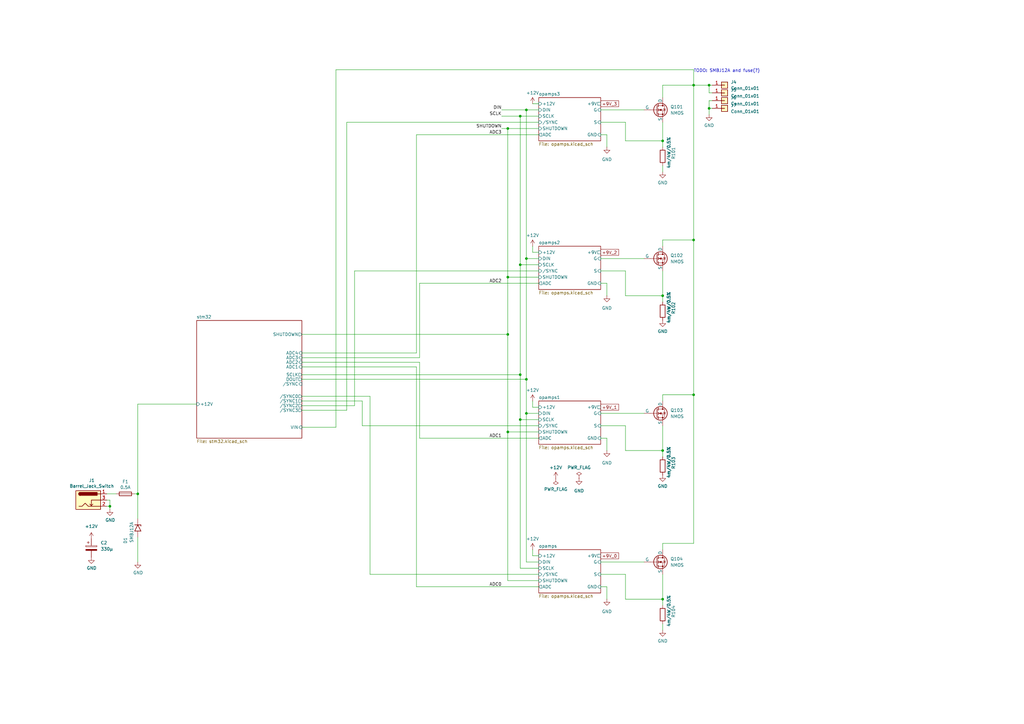
<source format=kicad_sch>
(kicad_sch (version 20250114) (generator "eeschema") (generator_version "9.0")
  (paper "A3")
  (lib_symbols
    (symbol "+12V_1" (power) (pin_numbers (hide yes)) (pin_names (offset 0) (hide yes))
      (property "Value" "+12V" (at 0 3.556 0))
      (symbol "+12V_1_0_1"
        (polyline (pts (xy -0.762 1.27) (xy 0 2.54)))
        (polyline (pts (xy 0 2.54) (xy 0.762 1.27)))
        (polyline (pts (xy 0 0) (xy 0 2.54)))
      )
      (symbol "+12V_1_1_1"
        (pin power_in line (at 0 0 90) (length 0) (name "~") (number "1"))
      )
    )
    (symbol "+12V_2" (power) (pin_numbers (hide yes)) (pin_names (offset 0) (hide yes))
      (property "Value" "+12V" (at 0 3.556 0))
      (symbol "+12V_2_0_1"
        (polyline (pts (xy -0.762 1.27) (xy 0 2.54)))
        (polyline (pts (xy 0 2.54) (xy 0.762 1.27)))
        (polyline (pts (xy 0 0) (xy 0 2.54)))
      )
      (symbol "+12V_2_1_1"
        (pin power_in line (at 0 0 90) (length 0) (name "~") (number "1"))
      )
    )
    (symbol "+12V_3" (power) (pin_numbers (hide yes)) (pin_names (offset 0) (hide yes))
      (property "Value" "+12V" (at 0 3.556 0))
      (symbol "+12V_3_0_1"
        (polyline (pts (xy -0.762 1.27) (xy 0 2.54)))
        (polyline (pts (xy 0 2.54) (xy 0.762 1.27)))
        (polyline (pts (xy 0 0) (xy 0 2.54)))
      )
      (symbol "+12V_3_1_1"
        (pin power_in line (at 0 0 90) (length 0) (name "~") (number "1"))
      )
    )
    (symbol "+12V_4" (power) (pin_numbers (hide yes)) (pin_names (offset 0) (hide yes))
      (property "Value" "+12V" (at 0 3.556 0))
      (symbol "+12V_4_0_1"
        (polyline (pts (xy -0.762 1.27) (xy 0 2.54)))
        (polyline (pts (xy 0 2.54) (xy 0.762 1.27)))
        (polyline (pts (xy 0 0) (xy 0 2.54)))
      )
      (symbol "+12V_4_1_1"
        (pin power_in line (at 0 0 90) (length 0) (name "~") (number "1"))
      )
    )
    (symbol "Connector:Barrel_Jack_Switch" (pin_names (hide yes))
      (property "Reference" "J" (at 0 5.334 0))
      (property "Value" "Barrel_Jack_Switch" (at 0 -5.08 0))
      (symbol "Barrel_Jack_Switch_0_1"
        (rectangle (start -5.08 3.81) (end 5.08 -3.81) (stroke (width 0.254)) (fill (type background)))
        (polyline (pts (xy -3.81 -2.54) (xy -2.54 -2.54) (xy -1.27 -1.27) (xy 0 -2.54) (xy 2.54 -2.54) (xy 5.08 -2.54)) (stroke (width 0.254)))
        (arc (start -3.302 1.905) (mid -3.9343 2.54) (end -3.302 3.175) (stroke (width 0.254)))
        (arc (start -3.302 1.905) (mid -3.9343 2.54) (end -3.302 3.175) (stroke (width 0.254)) (fill (type outline)))
        (polyline (pts (xy 1.27 -2.286) (xy 1.905 -1.651)) (stroke (width 0.254)))
        (rectangle (start 3.683 3.175) (end -3.302 1.905) (stroke (width 0.254)) (fill (type outline)))
        (polyline (pts (xy 5.08 2.54) (xy 3.81 2.54)) (stroke (width 0.254)))
        (polyline (pts (xy 5.08 0) (xy 1.27 0) (xy 1.27 -2.286) (xy 0.635 -1.651)) (stroke (width 0.254)))
      )
      (symbol "Barrel_Jack_Switch_1_1"
        (pin passive line (at 7.62 2.54 180) (length 2.54) (name "~") (number "1"))
        (pin passive line (at 7.62 0 180) (length 2.54) (name "~") (number "3"))
        (pin passive line (at 7.62 -2.54 180) (length 2.54) (name "~") (number "2"))
      )
    )
    (symbol "Connector_Generic:Conn_01x01" (pin_names (offset 1.016) (hide yes))
      (property "Reference" "J" (at 0 2.54 0))
      (property "Value" "Conn_01x01" (at 0 -2.54 0))
      (symbol "Conn_01x01_1_1"
        (rectangle (start -1.27 1.27) (end 1.27 -1.27) (stroke (width 0.254)) (fill (type background)))
        (rectangle (start -1.27 0.127) (end 0 -0.127) (stroke (width 0.1524)))
        (pin passive line (at -5.08 0 0) (length 3.81) (name "Pin_1") (number "1"))
      )
    )
    (symbol "Device:C_Polarized" (pin_numbers (hide yes)) (pin_names (offset 0.254))
      (property "Reference" "C" (at 0.635 2.54 0))
      (property "Value" "C_Polarized" (at 0.635 -2.54 0))
      (symbol "C_Polarized_0_1"
        (rectangle (start -2.286 0.508) (end 2.286 1.016))
        (polyline (pts (xy -1.778 2.286) (xy -0.762 2.286)))
        (polyline (pts (xy -1.27 2.794) (xy -1.27 1.778)))
        (rectangle (start 2.286 -0.508) (end -2.286 -1.016) (fill (type outline)))
      )
      (symbol "C_Polarized_1_1"
        (pin passive line (at 0 3.81 270) (length 2.794) (name "~") (number "1"))
        (pin passive line (at 0 -3.81 90) (length 2.794) (name "~") (number "2"))
      )
    )
    (symbol "Device:Fuse" (pin_numbers (hide yes)) (pin_names (offset 0))
      (property "Reference" "F" (at 2.032 0 90))
      (property "Value" "Fuse" (at -1.905 0 90))
      (symbol "Fuse_0_1"
        (rectangle (start -0.762 -2.54) (end 0.762 2.54) (stroke (width 0.254)))
        (polyline (pts (xy 0 2.54) (xy 0 -2.54)))
      )
      (symbol "Fuse_1_1"
        (pin passive line (at 0 3.81 270) (length 1.27) (name "~") (number "1"))
        (pin passive line (at 0 -3.81 90) (length 1.27) (name "~") (number "2"))
      )
    )
    (symbol "Device:R" (pin_numbers (hide yes)) (pin_names (offset 0))
      (property "Reference" "R" (at 2.032 0 90))
      (property "Value" "R" (at 0 0 90))
      (symbol "R_0_1"
        (rectangle (start -1.016 -2.54) (end 1.016 2.54) (stroke (width 0.254)))
      )
      (symbol "R_1_1"
        (pin passive line (at 0 3.81 270) (length 1.27) (name "~") (number "1"))
        (pin passive line (at 0 -3.81 90) (length 1.27) (name "~") (number "2"))
      )
    )
    (symbol "Diode:5KPxxA" (pin_numbers (hide yes)) (pin_names (offset 1.016) (hide yes))
      (property "Reference" "D" (at 0 2.54 0))
      (property "Value" "5KPxxA" (at 0 -2.54 0))
      (symbol "5KPxxA_0_1"
        (polyline (pts (xy -0.762 1.27) (xy -1.27 1.27) (xy -1.27 -1.27)) (stroke (width 0.254)))
        (polyline (pts (xy 1.27 1.27) (xy 1.27 -1.27) (xy -1.27 0) (xy 1.27 1.27)) (stroke (width 0.254)))
      )
      (symbol "5KPxxA_1_1"
        (pin passive line (at -3.81 0 0) (length 2.54) (name "A1") (number "1"))
        (pin passive line (at 3.81 0 180) (length 2.54) (name "A2") (number "2"))
      )
    )
    (symbol "GND_2" (power) (pin_numbers (hide yes)) (pin_names (offset 0) (hide yes))
      (property "Value" "GND" (at 0 -3.81 0))
      (symbol "GND_2_0_1"
        (polyline (pts (xy 0 0) (xy 0 -1.27) (xy 1.27 -1.27) (xy 0 -2.54) (xy -1.27 -1.27) (xy 0 -1.27)))
      )
      (symbol "GND_2_1_1"
        (pin power_in line (at 0 0 270) (length 0) (name "~") (number "1"))
      )
    )
    (symbol "mylib7:NMOS" (pin_numbers (hide yes)) (pin_names (offset 0))
      (property "Reference" "Q" (at 5.08 1.27 0))
      (property "Value" "NMOS" (at 5.08 -1.27 0))
      (symbol "NMOS_0_1"
        (polyline (pts (xy 0.254 1.905) (xy 0.254 -1.905)) (stroke (width 0.254)))
        (polyline (pts (xy 0.254 0) (xy -2.54 0)))
        (polyline (pts (xy 0.762 2.286) (xy 0.762 1.27)) (stroke (width 0.254)))
        (polyline (pts (xy 0.762 0.508) (xy 0.762 -0.508)) (stroke (width 0.254)))
        (polyline (pts (xy 0.762 -1.27) (xy 0.762 -2.286)) (stroke (width 0.254)))
        (polyline (pts (xy 0.762 -1.778) (xy 3.302 -1.778) (xy 3.302 1.778) (xy 0.762 1.778)))
        (polyline (pts (xy 1.016 0) (xy 2.032 0.381) (xy 2.032 -0.381) (xy 1.016 0)) (fill (type outline)))
        (circle (center 1.651 0) (radius 2.794) (stroke (width 0.254)))
        (polyline (pts (xy 2.54 2.54) (xy 2.54 1.778)))
        (circle (center 2.54 1.778) (radius 0.254) (fill (type outline)))
        (circle (center 2.54 -1.778) (radius 0.254) (fill (type outline)))
        (polyline (pts (xy 2.54 -2.54) (xy 2.54 0) (xy 0.762 0)))
        (polyline (pts (xy 2.794 0.508) (xy 2.921 0.381) (xy 3.683 0.381) (xy 3.81 0.254)))
        (polyline (pts (xy 3.302 0.381) (xy 2.921 -0.254) (xy 3.683 -0.254) (xy 3.302 0.381)))
      )
      (symbol "NMOS_1_1"
        (pin input line (at -5.08 0 0) (length 2.54) (name "G") (number "G"))
        (pin passive line (at 2.54 5.08 270) (length 2.54) (name "D") (number "D"))
        (pin passive line (at 2.54 -5.08 90) (length 2.54) (name "S") (number "S"))
      )
    )
    (symbol "power:+12V" (power) (pin_names (offset 0))
      (property "Value" "+12V" (at 0 3.556 0))
      (symbol "+12V_0_1"
        (polyline (pts (xy -0.762 1.27) (xy 0 2.54)))
        (polyline (pts (xy 0 2.54) (xy 0.762 1.27)))
        (polyline (pts (xy 0 0) (xy 0 2.54)))
      )
      (symbol "+12V_1_1"
        (pin power_in line (at 0 0 90) (length 0) (hide yes) (name "+12V") (number "1"))
      )
    )
    (symbol "power:GND" (power) (pin_names (offset 0))
      (property "Value" "GND" (at 0 -3.81 0))
      (symbol "GND_0_1"
        (polyline (pts (xy 0 0) (xy 0 -1.27) (xy 1.27 -1.27) (xy 0 -2.54) (xy -1.27 -1.27) (xy 0 -1.27)))
      )
      (symbol "GND_1_1"
        (pin power_in line (at 0 0 270) (length 0) (hide yes) (name "GND") (number "1"))
      )
    )
    (symbol "power:PWR_FLAG" (power) (pin_numbers (hide yes)) (pin_names (offset 0) (hide yes))
      (property "Value" "PWR_FLAG" (at 0 3.81 0))
      (symbol "PWR_FLAG_0_0"
        (pin power_out line (at 0 0 90) (length 0) (name "~") (number "1"))
      )
      (symbol "PWR_FLAG_0_1"
        (polyline (pts (xy 0 0) (xy 0 1.27) (xy -1.016 1.905) (xy 0 2.54) (xy 1.016 1.905) (xy 0 1.27)))
      )
    )
  )
  (text "TODO: SMBJ12A and fuse(?)" (at 284.48 29.845 0) (effects (font (size 1.27 1.27)) (justify left bottom)))
  (junction (at 284.48 161.925))
  (junction (at 208.28 177.165))
  (junction (at 213.36 108.585))
  (junction (at 215.9 155.575))
  (junction (at 271.78 121.285))
  (junction (at 271.78 245.745))
  (junction (at 213.36 47.625))
  (junction (at 215.9 45.085))
  (junction (at 284.48 98.425))
  (junction (at 56.515 202.565))
  (junction (at 208.28 113.665))
  (junction (at 208.28 52.705))
  (junction (at 215.9 169.545))
  (junction (at 290.83 34.925))
  (junction (at 215.9 106.045))
  (junction (at 213.36 153.67))
  (junction (at 213.36 172.085))
  (junction (at 45.085 207.645))
  (junction (at 271.78 57.785))
  (junction (at 208.28 137.16))
  (junction (at 290.83 44.45))
  (junction (at 271.78 184.785))
  (junction (at 284.48 34.925))
  (wire (pts (xy 208.28 177.165) (xy 220.98 177.165)))
  (wire (pts (xy 248.92 116.205) (xy 248.92 121.285)))
  (wire (pts (xy 256.54 57.785) (xy 271.78 57.785)))
  (wire (pts (xy 271.78 111.125) (xy 271.78 121.285)))
  (wire (pts (xy 220.98 227.965) (xy 218.44 227.965)))
  (wire (pts (xy 271.78 222.885) (xy 284.48 222.885)))
  (wire (pts (xy 292.1 38.1) (xy 290.83 38.1)))
  (wire (pts (xy 142.24 50.165) (xy 142.24 168.275)))
  (wire (pts (xy 271.78 121.285) (xy 271.78 123.825)))
  (wire (pts (xy 151.765 235.585) (xy 220.98 235.585)))
  (wire (pts (xy 208.28 113.665) (xy 208.28 52.705)))
  (wire (pts (xy 208.28 113.665) (xy 220.98 113.665)))
  (wire (pts (xy 137.795 28.575) (xy 137.795 175.26)))
  (wire (pts (xy 218.44 167.005) (xy 218.44 164.465)))
  (wire (pts (xy 213.36 172.085) (xy 213.36 153.67)))
  (wire (pts (xy 45.085 205.105) (xy 45.085 207.645)))
  (wire (pts (xy 56.515 230.505) (xy 56.515 220.345)))
  (wire (pts (xy 246.38 230.505) (xy 264.16 230.505)))
  (wire (pts (xy 172.085 146.685) (xy 123.825 146.685)))
  (wire (pts (xy 256.54 235.585) (xy 256.54 245.745)))
  (wire (pts (xy 284.48 28.575) (xy 137.795 28.575)))
  (wire (pts (xy 284.48 34.925) (xy 290.83 34.925)))
  (wire (pts (xy 256.54 184.785) (xy 271.78 184.785)))
  (wire (pts (xy 123.825 153.67) (xy 213.36 153.67)))
  (wire (pts (xy 45.085 207.645) (xy 45.085 208.915)))
  (wire (pts (xy 284.48 222.885) (xy 284.48 161.925)))
  (wire (pts (xy 208.28 177.165) (xy 208.28 137.16)))
  (wire (pts (xy 290.83 34.925) (xy 292.1 34.925)))
  (wire (pts (xy 271.78 255.905) (xy 271.78 258.445)))
  (wire (pts (xy 205.74 47.625) (xy 213.36 47.625)))
  (wire (pts (xy 123.825 144.78) (xy 170.815 144.78)))
  (wire (pts (xy 170.815 144.78) (xy 170.815 55.245)))
  (wire (pts (xy 271.78 225.425) (xy 271.78 222.885)))
  (wire (pts (xy 213.36 108.585) (xy 220.98 108.585)))
  (wire (pts (xy 271.78 100.965) (xy 271.78 98.425)))
  (wire (pts (xy 213.36 172.085) (xy 220.98 172.085)))
  (wire (pts (xy 256.54 245.745) (xy 271.78 245.745)))
  (wire (pts (xy 172.085 148.59) (xy 172.085 179.705)))
  (wire (pts (xy 284.48 34.925) (xy 284.48 28.575)))
  (wire (pts (xy 246.38 169.545) (xy 264.16 169.545)))
  (wire (pts (xy 271.78 34.925) (xy 271.78 40.005)))
  (wire (pts (xy 208.28 238.125) (xy 208.28 177.165)))
  (wire (pts (xy 205.74 45.085) (xy 215.9 45.085)))
  (wire (pts (xy 56.515 212.725) (xy 56.515 202.565)))
  (wire (pts (xy 148.59 164.465) (xy 123.825 164.465)))
  (wire (pts (xy 290.83 41.275) (xy 290.83 44.45)))
  (wire (pts (xy 215.9 106.045) (xy 220.98 106.045)))
  (wire (pts (xy 220.98 103.505) (xy 218.44 103.505)))
  (wire (pts (xy 290.83 44.45) (xy 290.83 46.99)))
  (wire (pts (xy 246.38 106.045) (xy 264.16 106.045)))
  (wire (pts (xy 215.9 155.575) (xy 215.9 169.545)))
  (wire (pts (xy 271.78 235.585) (xy 271.78 245.745)))
  (wire (pts (xy 145.415 166.37) (xy 123.825 166.37)))
  (wire (pts (xy 215.9 230.505) (xy 220.98 230.505)))
  (wire (pts (xy 290.83 44.45) (xy 292.1 44.45)))
  (wire (pts (xy 151.765 235.585) (xy 151.765 162.56)))
  (wire (pts (xy 220.98 42.545) (xy 218.44 42.545)))
  (wire (pts (xy 208.28 137.16) (xy 208.28 113.665)))
  (wire (pts (xy 271.78 245.745) (xy 271.78 248.285)))
  (wire (pts (xy 218.44 227.965) (xy 218.44 225.425)))
  (wire (pts (xy 256.54 111.125) (xy 256.54 121.285)))
  (wire (pts (xy 215.9 169.545) (xy 220.98 169.545)))
  (wire (pts (xy 215.9 45.085) (xy 215.9 106.045)))
  (wire (pts (xy 170.815 55.245) (xy 220.98 55.245)))
  (wire (pts (xy 213.36 108.585) (xy 213.36 47.625)))
  (wire (pts (xy 220.98 238.125) (xy 208.28 238.125)))
  (wire (pts (xy 220.98 167.005) (xy 218.44 167.005)))
  (wire (pts (xy 137.795 175.26) (xy 123.825 175.26)))
  (wire (pts (xy 256.54 174.625) (xy 256.54 184.785)))
  (wire (pts (xy 246.38 235.585) (xy 256.54 235.585)))
  (wire (pts (xy 246.38 116.205) (xy 248.92 116.205)))
  (wire (pts (xy 142.24 168.275) (xy 123.825 168.275)))
  (wire (pts (xy 170.815 150.495) (xy 170.815 240.665)))
  (wire (pts (xy 246.38 55.245) (xy 248.92 55.245)))
  (wire (pts (xy 246.38 179.705) (xy 248.92 179.705)))
  (wire (pts (xy 123.825 137.16) (xy 208.28 137.16)))
  (wire (pts (xy 271.78 164.465) (xy 271.78 161.925)))
  (wire (pts (xy 208.28 52.705) (xy 220.98 52.705)))
  (wire (pts (xy 220.98 111.125) (xy 145.415 111.125)))
  (wire (pts (xy 248.92 179.705) (xy 248.92 184.785)))
  (wire (pts (xy 172.085 116.205) (xy 220.98 116.205)))
  (wire (pts (xy 271.78 174.625) (xy 271.78 184.785)))
  (wire (pts (xy 220.98 174.625) (xy 148.59 174.625)))
  (wire (pts (xy 246.38 174.625) (xy 256.54 174.625)))
  (wire (pts (xy 145.415 111.125) (xy 145.415 166.37)))
  (wire (pts (xy 256.54 50.165) (xy 256.54 57.785)))
  (wire (pts (xy 213.36 47.625) (xy 220.98 47.625)))
  (wire (pts (xy 151.765 162.56) (xy 123.825 162.56)))
  (wire (pts (xy 220.98 45.085) (xy 215.9 45.085)))
  (wire (pts (xy 215.9 106.045) (xy 215.9 155.575)))
  (wire (pts (xy 123.825 155.575) (xy 215.9 155.575)))
  (wire (pts (xy 246.38 111.125) (xy 256.54 111.125)))
  (wire (pts (xy 213.36 153.67) (xy 213.36 108.585)))
  (wire (pts (xy 256.54 121.285) (xy 271.78 121.285)))
  (wire (pts (xy 284.48 161.925) (xy 284.48 98.425)))
  (wire (pts (xy 55.245 202.565) (xy 56.515 202.565)))
  (wire (pts (xy 56.515 165.735) (xy 56.515 202.565)))
  (wire (pts (xy 80.645 165.735) (xy 56.515 165.735)))
  (wire (pts (xy 205.74 52.705) (xy 208.28 52.705)))
  (wire (pts (xy 246.38 45.085) (xy 264.16 45.085)))
  (wire (pts (xy 172.085 179.705) (xy 220.98 179.705)))
  (wire (pts (xy 271.78 184.785) (xy 271.78 187.325)))
  (wire (pts (xy 290.83 38.1) (xy 290.83 34.925)))
  (wire (pts (xy 213.36 233.045) (xy 213.36 172.085)))
  (wire (pts (xy 172.085 116.205) (xy 172.085 146.685)))
  (wire (pts (xy 43.815 207.645) (xy 45.085 207.645)))
  (wire (pts (xy 123.825 148.59) (xy 172.085 148.59)))
  (wire (pts (xy 246.38 240.665) (xy 248.92 240.665)))
  (wire (pts (xy 271.78 98.425) (xy 284.48 98.425)))
  (wire (pts (xy 170.815 240.665) (xy 220.98 240.665)))
  (wire (pts (xy 220.98 50.165) (xy 142.24 50.165)))
  (wire (pts (xy 284.48 34.925) (xy 271.78 34.925)))
  (wire (pts (xy 123.825 150.495) (xy 170.815 150.495)))
  (wire (pts (xy 271.78 67.945) (xy 271.78 70.485)))
  (wire (pts (xy 43.815 202.565) (xy 47.625 202.565)))
  (wire (pts (xy 292.1 41.275) (xy 290.83 41.275)))
  (wire (pts (xy 215.9 169.545) (xy 215.9 230.505)))
  (wire (pts (xy 248.92 55.245) (xy 248.92 60.325)))
  (wire (pts (xy 246.38 50.165) (xy 256.54 50.165)))
  (wire (pts (xy 248.92 240.665) (xy 248.92 245.745)))
  (wire (pts (xy 148.59 174.625) (xy 148.59 164.465)))
  (wire (pts (xy 43.815 205.105) (xy 45.085 205.105)))
  (wire (pts (xy 218.44 103.505) (xy 218.44 100.965)))
  (wire (pts (xy 271.78 161.925) (xy 284.48 161.925)))
  (wire (pts (xy 284.48 98.425) (xy 284.48 34.925)))
  (wire (pts (xy 271.78 57.785) (xy 271.78 60.325)))
  (wire (pts (xy 220.98 233.045) (xy 213.36 233.045)))
  (wire (pts (xy 271.78 50.165) (xy 271.78 57.785)))
  (label "ADC0" (at 205.74 240.665 180))
  (label "SHUTDOWN" (at 205.74 52.705 180))
  (label "ADC1" (at 205.74 179.705 180))
  (label "ADC2" (at 205.74 116.205 180))
  (label "SCLK" (at 205.74 47.625 180))
  (label "ADC3" (at 205.74 55.245 180))
  (label "DIN" (at 205.74 45.085 180))
  (global_label "+9V_0" (shape passive) (at 246.38 227.965 0) (property "Intersheetrefs" "${INTERSHEET_REFS}" (effects (hide yes))))
  (global_label "+9V_1" (shape passive) (at 246.38 167.005 0) (property "Intersheetrefs" "${INTERSHEET_REFS}" (effects (hide yes))))
  (global_label "+9V_2" (shape passive) (at 246.38 103.505 0) (property "Intersheetrefs" "${INTERSHEET_REFS}" (effects (hide yes))))
  (global_label "+9V_3" (shape passive) (at 246.38 42.545 0) (property "Intersheetrefs" "${INTERSHEET_REFS}" (effects (hide yes))))
  (symbol (lib_id "Device:R") (at 271.78 64.135 0) (unit 1)
    (property "Reference" "R101" (at 276.225 65.405 90) (effects (justify left)))
    (property "Value" "4m/4W/0.5%" (at 274.32 69.215 90) (effects (font (bold yes)) (justify left)))
    (property "Footprint" "myfootprints:R3920" (effects (hide yes)))
    (property "Distributor" "D" (effects (hide yes)))
    (property "Manufacturer" "SEWF3920D4L00P9" (effects (hide yes)))
    (property "OrderNr" "4506-SEWF3920D4L00P9CT-ND" (effects (hide yes)))
  )
  (symbol (lib_id "Connector_Generic:Conn_01x01") (at 297.18 44.45 0) (unit 1)
    (property "Reference" "J7" (at 299.72 43.1799 0) (effects (justify left)))
    (property "Value" "Conn_01x01" (at 299.72 45.7199 0) (effects (justify left)))
    (property "Footprint" "TerminalBlock_Wuerth:Wuerth_REDCUBE-THR_WP-THRBU_74650194_THR" (effects (hide yes)))
    (property "Description" "Generic connector, single row, 01x01, script generated (kicad-library-utils/schlib/autogen/connector/)" (effects (hide yes)))
    (property "Distributor" "D" (effects (hide yes)))
    (property "Manufacturer" "74650194R" (effects (hide yes)))
    (property "OrderNr" "732-74650194RCT-ND" (effects (hide yes)))
  )
  (symbol (lib_name "+12V_3") (lib_id "power:+12V") (at 218.44 164.465 0) (unit 1)
    (property "Reference" "#PWR087" (effects (hide yes)))
    (property "Value" "+12V" (at 218.44 160.02 0))
    (property "Description" "Power symbol creates a global label with name \"+12V\"" (effects (hide yes)))
  )
  (symbol (lib_id "power:GND") (at 271.78 258.445 0) (unit 1)
    (property "Reference" "#PWR0112" (effects (hide yes)))
    (property "Value" "GND" (at 271.78 262.89 0))
  )
  (symbol (lib_id "power:PWR_FLAG") (at 237.49 196.215 0) (unit 1)
    (property "Reference" "#FLG03" (effects (hide yes)))
    (property "Value" "PWR_FLAG" (at 237.49 191.77 0))
    (property "Description" "Special symbol for telling ERC where power comes from" (effects (hide yes)))
  )
  (symbol (lib_id "Diode:5KPxxA") (at 56.515 216.535 270) (unit 1)
    (property "Reference" "D1" (at 51.435 220.345 0) (effects (justify left)))
    (property "Value" "SMBJ12A" (at 53.975 213.995 0) (effects (justify left)))
    (property "Footprint" "Diode_SMD:D_SMB" (effects (hide yes)))
    (property "Distributor" "D" (effects (hide yes)))
    (property "Manufacturer" "SMBJ12A" (effects (hide yes)))
    (property "OrderNr" "SMBJ12ALFCT-ND" (effects (hide yes)))
  )
  (symbol (lib_name "+12V_2") (lib_id "power:+12V") (at 218.44 100.965 0) (unit 1)
    (property "Reference" "#PWR086" (effects (hide yes)))
    (property "Value" "+12V" (at 218.44 96.52 0))
    (property "Description" "Power symbol creates a global label with name \"+12V\"" (effects (hide yes)))
  )
  (symbol (lib_name "GND_2") (lib_id "power:GND") (at 248.92 245.745 0) (unit 1)
    (property "Reference" "#PWR0108" (effects (hide yes)))
    (property "Value" "GND" (at 248.92 250.825 0))
    (property "Description" "Power symbol creates a global label with name \"GND\" , ground" (effects (hide yes)))
  )
  (symbol (lib_id "power:GND") (at 45.085 208.915 0) (unit 1)
    (property "Reference" "#PWR07" (effects (hide yes)))
    (property "Value" "GND" (at 45.212 213.3092 0))
  )
  (symbol (lib_id "Device:R") (at 271.78 127.635 0) (unit 1)
    (property "Reference" "R102" (at 276.225 128.905 90) (effects (justify left)))
    (property "Value" "4m/4W/0.5%" (at 274.32 132.715 90) (effects (font (bold yes)) (justify left)))
    (property "Footprint" "myfootprints:R3920" (effects (hide yes)))
    (property "Distributor" "D" (effects (hide yes)))
    (property "Manufacturer" "SEWF3920D4L00P9" (effects (hide yes)))
    (property "OrderNr" "4506-SEWF3920D4L00P9CT-ND" (effects (hide yes)))
  )
  (symbol (lib_id "Connector_Generic:Conn_01x01") (at 297.18 41.275 0) (unit 1)
    (property "Reference" "J6" (at 299.72 40.0049 0) (effects (justify left)))
    (property "Value" "Conn_01x01" (at 299.72 42.5449 0) (effects (justify left)))
    (property "Footprint" "TerminalBlock_Wuerth:Wuerth_REDCUBE-THR_WP-THRBU_74650194_THR" (effects (hide yes)))
    (property "Description" "Generic connector, single row, 01x01, script generated (kicad-library-utils/schlib/autogen/connector/)" (effects (hide yes)))
    (property "Distributor" "D" (effects (hide yes)))
    (property "Manufacturer" "74650194R" (effects (hide yes)))
    (property "OrderNr" "732-74650194RCT-ND" (effects (hide yes)))
  )
  (symbol (lib_id "Device:R") (at 271.78 191.135 0) (unit 1)
    (property "Reference" "R103" (at 276.225 192.405 90) (effects (justify left)))
    (property "Value" "4m/4W/0.5%" (at 274.32 196.215 90) (effects (font (bold yes)) (justify left)))
    (property "Footprint" "myfootprints:R3920" (effects (hide yes)))
    (property "Distributor" "D" (effects (hide yes)))
    (property "Manufacturer" "SEWF3920D4L00P9" (effects (hide yes)))
    (property "OrderNr" "4506-SEWF3920D4L00P9CT-ND" (effects (hide yes)))
  )
  (symbol (lib_id "power:GND") (at 271.78 70.485 0) (unit 1)
    (property "Reference" "#PWR0109" (effects (hide yes)))
    (property "Value" "GND" (at 271.78 74.93 0))
  )
  (symbol (lib_id "mylib7:NMOS") (at 269.24 230.505 0) (unit 1)
    (property "Reference" "Q104" (at 274.955 229.235 0) (effects (justify left)))
    (property "Value" "NMOS" (at 274.955 231.775 0) (effects (justify left)))
    (property "Footprint" "myfootprints:LFPAK88-SOT1235" (effects (hide yes)))
    (property "Datasheet" "https://ngspice.sourceforge.io/docs/ngspice-manual.pdf" (effects (hide yes)))
    (property "Sim.Device" "NMOS" (effects (hide yes)))
    (property "Sim.Type" "VDMOS" (effects (hide yes)))
    (property "Sim.Pins" "1=D 2=G 3=S" (effects (hide yes)))
    (property "Distributor" "D" (effects (hide yes)))
    (property "Manufacturer" "BUK7S0R5-40HJ" (effects (hide yes)))
    (property "OrderNr" "1727-BUK7S0R5-40HJCT-ND" (effects (hide yes)))
  )
  (symbol (lib_id "Device:R") (at 271.78 252.095 0) (unit 1)
    (property "Reference" "R104" (at 276.225 253.365 90) (effects (justify left)))
    (property "Value" "4m/4W/0.5%" (at 274.32 257.175 90) (effects (font (bold yes)) (justify left)))
    (property "Footprint" "myfootprints:R3920" (effects (hide yes)))
    (property "Distributor" "D" (effects (hide yes)))
    (property "Manufacturer" "SEWF3920D4L00P9" (effects (hide yes)))
    (property "OrderNr" "4506-SEWF3920D4L00P9CT-ND" (effects (hide yes)))
  )
  (symbol (lib_id "mylib7:NMOS") (at 269.24 45.085 0) (unit 1)
    (property "Reference" "Q101" (at 274.955 43.815 0) (effects (justify left)))
    (property "Value" "NMOS" (at 274.955 46.355 0) (effects (justify left)))
    (property "Footprint" "myfootprints:LFPAK88-SOT1235" (effects (hide yes)))
    (property "Datasheet" "https://ngspice.sourceforge.io/docs/ngspice-manual.pdf" (effects (hide yes)))
    (property "Sim.Device" "NMOS" (effects (hide yes)))
    (property "Sim.Type" "VDMOS" (effects (hide yes)))
    (property "Sim.Pins" "1=D 2=G 3=S" (effects (hide yes)))
    (property "Distributor" "D" (effects (hide yes)))
    (property "Manufacturer" "BUK7S0R5-40HJ" (effects (hide yes)))
    (property "OrderNr" "1727-BUK7S0R5-40HJCT-ND" (effects (hide yes)))
  )
  (symbol (lib_id "mylib7:NMOS") (at 269.24 106.045 0) (unit 1)
    (property "Reference" "Q102" (at 274.955 104.775 0) (effects (justify left)))
    (property "Value" "NMOS" (at 274.955 107.315 0) (effects (justify left)))
    (property "Footprint" "myfootprints:LFPAK88-SOT1235" (effects (hide yes)))
    (property "Datasheet" "https://ngspice.sourceforge.io/docs/ngspice-manual.pdf" (effects (hide yes)))
    (property "Sim.Device" "NMOS" (effects (hide yes)))
    (property "Sim.Type" "VDMOS" (effects (hide yes)))
    (property "Sim.Pins" "1=D 2=G 3=S" (effects (hide yes)))
    (property "Distributor" "D" (effects (hide yes)))
    (property "Manufacturer" "BUK7S0R5-40HJ" (effects (hide yes)))
    (property "OrderNr" "1727-BUK7S0R5-40HJCT-ND" (effects (hide yes)))
  )
  (symbol (lib_id "power:GND") (at 37.465 228.6 0) (unit 1)
    (property "Reference" "#PWR05" (effects (hide yes)))
    (property "Value" "GND" (at 37.592 232.9942 0))
  )
  (symbol (lib_id "power:PWR_FLAG") (at 227.965 196.215 180) (unit 1)
    (property "Reference" "#FLG02" (effects (hide yes)))
    (property "Value" "PWR_FLAG" (at 227.965 200.66 0))
    (property "Description" "Special symbol for telling ERC where power comes from" (effects (hide yes)))
  )
  (symbol (lib_name "GND_2") (lib_id "power:GND") (at 248.92 60.325 0) (unit 1)
    (property "Reference" "#PWR0105" (effects (hide yes)))
    (property "Value" "GND" (at 248.92 65.405 0))
    (property "Description" "Power symbol creates a global label with name \"GND\" , ground" (effects (hide yes)))
  )
  (symbol (lib_id "Connector_Generic:Conn_01x01") (at 297.18 34.925 0) (unit 1)
    (property "Reference" "J4" (at 299.72 33.6549 0) (effects (justify left)))
    (property "Value" "Conn_01x01" (at 299.72 36.1949 0) (effects (justify left)))
    (property "Footprint" "TerminalBlock_Wuerth:Wuerth_REDCUBE-THR_WP-THRBU_74650194_THR" (effects (hide yes)))
    (property "Description" "Generic connector, single row, 01x01, script generated (kicad-library-utils/schlib/autogen/connector/)" (effects (hide yes)))
    (property "Distributor" "D" (effects (hide yes)))
    (property "Manufacturer" "74650194R" (effects (hide yes)))
    (property "OrderNr" "732-74650194RCT-ND" (effects (hide yes)))
  )
  (symbol (lib_id "Device:C_Polarized") (at 37.465 224.79 0) (unit 1)
    (property "Reference" "C2" (at 41.275 222.631 0) (effects (justify left)))
    (property "Value" "330µ" (at 41.275 225.171 0) (effects (justify left)))
    (property "Footprint" "Capacitor_SMD:CP_Elec_8x10" (effects (hide yes)))
    (property "Distributor" "D" (effects (hide yes)))
    (property "Manufacturer" "A768KS337M1ELAE019" (effects (hide yes)))
    (property "OrderNr" "399-A768KS337M1ELAE019CT-ND" (effects (hide yes)))
  )
  (symbol (lib_name "+12V_3") (lib_id "power:+12V") (at 227.965 196.215 0) (unit 1)
    (property "Reference" "#PWR094" (effects (hide yes)))
    (property "Value" "+12V" (at 227.965 191.77 0))
    (property "Description" "Power symbol creates a global label with name \"+12V\"" (effects (hide yes)))
  )
  (symbol (lib_id "Device:Fuse") (at 51.435 202.565 270) (unit 1)
    (property "Reference" "F1" (at 51.435 197.5612 90))
    (property "Value" "0.5A" (at 51.435 199.8726 90))
    (property "Footprint" "myfootprints:fuseholder_littlefuse_blok" (effects (hide yes)))
    (property "Distributor" "D" (effects (hide yes)))
    (property "Manufacturer" "0154.500DR" (effects (hide yes)))
    (property "OrderNr" "F1220CT-ND" (effects (hide yes)))
  )
  (symbol (lib_name "GND_2") (lib_id "power:GND") (at 237.49 196.215 0) (unit 1)
    (property "Reference" "#PWR093" (effects (hide yes)))
    (property "Value" "GND" (at 237.49 201.295 0))
    (property "Description" "Power symbol creates a global label with name \"GND\" , ground" (effects (hide yes)))
  )
  (symbol (lib_name "GND_2") (lib_id "power:GND") (at 248.92 184.785 0) (unit 1)
    (property "Reference" "#PWR0107" (effects (hide yes)))
    (property "Value" "GND" (at 248.92 189.865 0))
    (property "Description" "Power symbol creates a global label with name \"GND\" , ground" (effects (hide yes)))
  )
  (symbol (lib_id "Connector:Barrel_Jack_Switch") (at 36.195 205.105 0) (unit 1)
    (property "Reference" "J1" (at 37.6428 197.0532 0))
    (property "Value" "Barrel_Jack_Switch" (at 37.6428 199.3646 0))
    (property "Footprint" "Connector_BarrelJack:BarrelJack_CUI_PJ-102AH_Horizontal" (effects (hide yes)))
    (property "Distributor" "D" (effects (hide yes)))
    (property "Manufacturer" "PJ-102AH" (effects (hide yes)))
    (property "OrderNr" "CP-102AH-ND" (effects (hide yes)))
  )
  (symbol (lib_name "GND_2") (lib_id "power:GND") (at 248.92 121.285 0) (unit 1)
    (property "Reference" "#PWR0106" (effects (hide yes)))
    (property "Value" "GND" (at 248.92 126.365 0))
    (property "Description" "Power symbol creates a global label with name \"GND\" , ground" (effects (hide yes)))
  )
  (symbol (lib_name "+12V_4") (lib_id "power:+12V") (at 218.44 225.425 0) (unit 1)
    (property "Reference" "#PWR088" (effects (hide yes)))
    (property "Value" "+12V" (at 218.44 220.98 0))
    (property "Description" "Power symbol creates a global label with name \"+12V\"" (effects (hide yes)))
  )
  (symbol (lib_id "power:GND") (at 56.515 230.505 0) (unit 1)
    (property "Reference" "#PWR08" (effects (hide yes)))
    (property "Value" "GND" (at 56.642 234.8992 0))
  )
  (symbol (lib_id "power:GND") (at 290.83 46.99 0) (unit 1)
    (property "Reference" "#PWR0113" (effects (hide yes)))
    (property "Value" "GND" (at 290.83 51.435 0))
  )
  (symbol (lib_id "power:+12V") (at 37.465 220.98 0) (unit 1)
    (property "Reference" "#PWR04" (effects (hide yes)))
    (property "Value" "+12V" (at 37.465 215.9 0))
  )
  (symbol (lib_id "power:GND") (at 271.78 131.445 0) (unit 1)
    (property "Reference" "#PWR0110" (effects (hide yes)))
    (property "Value" "GND" (at 271.78 135.89 0))
  )
  (symbol (lib_name "+12V_1") (lib_id "power:+12V") (at 218.44 42.545 0) (unit 1)
    (property "Reference" "#PWR033" (effects (hide yes)))
    (property "Value" "+12V" (at 218.44 38.1 0))
    (property "Description" "Power symbol creates a global label with name \"+12V\"" (effects (hide yes)))
  )
  (symbol (lib_id "Connector_Generic:Conn_01x01") (at 297.18 38.1 0) (unit 1)
    (property "Reference" "J5" (at 299.72 36.8299 0) (effects (justify left)))
    (property "Value" "Conn_01x01" (at 299.72 39.3699 0) (effects (justify left)))
    (property "Footprint" "TerminalBlock_Wuerth:Wuerth_REDCUBE-THR_WP-THRBU_74650194_THR" (effects (hide yes)))
    (property "Description" "Generic connector, single row, 01x01, script generated (kicad-library-utils/schlib/autogen/connector/)" (effects (hide yes)))
    (property "Distributor" "D" (effects (hide yes)))
    (property "Manufacturer" "74650194R" (effects (hide yes)))
    (property "OrderNr" "732-74650194RCT-ND" (effects (hide yes)))
  )
  (symbol (lib_id "power:GND") (at 271.78 194.945 0) (unit 1)
    (property "Reference" "#PWR0111" (effects (hide yes)))
    (property "Value" "GND" (at 271.78 199.39 0))
  )
  (symbol (lib_id "mylib7:NMOS") (at 269.24 169.545 0) (unit 1)
    (property "Reference" "Q103" (at 274.955 168.275 0) (effects (justify left)))
    (property "Value" "NMOS" (at 274.955 170.815 0) (effects (justify left)))
    (property "Footprint" "myfootprints:LFPAK88-SOT1235" (effects (hide yes)))
    (property "Datasheet" "https://ngspice.sourceforge.io/docs/ngspice-manual.pdf" (effects (hide yes)))
    (property "Sim.Device" "NMOS" (effects (hide yes)))
    (property "Sim.Type" "VDMOS" (effects (hide yes)))
    (property "Sim.Pins" "1=D 2=G 3=S" (effects (hide yes)))
    (property "Distributor" "D" (effects (hide yes)))
    (property "Manufacturer" "BUK7S0R5-40HJ" (effects (hide yes)))
    (property "OrderNr" "1727-BUK7S0R5-40HJCT-ND" (effects (hide yes)))
  )
  (sheet (at 220.98 164.465) (size 25.4 17.78) (stroke (width 0.1524))
    (property "Sheetname" "opamps1" (at 220.98 163.7534 0) (effects (justify left bottom)))
    (property "Sheetfile" "opamps.kicad_sch" (at 220.98 182.8296 0) (effects (justify left top)))
    (pin "G" input (at 246.38 169.545 0))
    (pin "S" input (at 246.38 174.625 0))
    (pin "GND" input (at 246.38 179.705 0))
    (pin "SCLK" input (at 220.98 172.085 180))
    (pin "{slash}SYNC" input (at 220.98 174.625 180))
    (pin "SHUTDOWN" input (at 220.98 177.165 180))
    (pin "ADC" output (at 220.98 179.705 180))
    (pin "DIN" input (at 220.98 169.545 180))
    (pin "+12V" input (at 220.98 167.005 180))
    (pin "+9V" passive (at 246.38 167.005 0))
  )
  (sheet (at 220.98 100.965) (size 25.4 17.78) (stroke (width 0.1524))
    (property "Sheetname" "opamps2" (at 220.98 100.2534 0) (effects (justify left bottom)))
    (property "Sheetfile" "opamps.kicad_sch" (at 220.98 119.3296 0) (effects (justify left top)))
    (pin "G" input (at 246.38 106.045 0))
    (pin "S" input (at 246.38 111.125 0))
    (pin "GND" input (at 246.38 116.205 0))
    (pin "SCLK" input (at 220.98 108.585 180))
    (pin "{slash}SYNC" input (at 220.98 111.125 180))
    (pin "SHUTDOWN" input (at 220.98 113.665 180))
    (pin "ADC" output (at 220.98 116.205 180))
    (pin "DIN" input (at 220.98 106.045 180))
    (pin "+12V" input (at 220.98 103.505 180))
    (pin "+9V" passive (at 246.38 103.505 0))
  )
  (sheet (at 220.98 225.425) (size 25.4 17.78) (stroke (width 0.1524))
    (property "Sheetname" "opamps" (at 220.98 224.7134 0) (effects (justify left bottom)))
    (property "Sheetfile" "opamps.kicad_sch" (at 220.98 243.7896 0) (effects (justify left top)))
    (pin "G" input (at 246.38 230.505 0))
    (pin "S" input (at 246.38 235.585 0))
    (pin "GND" input (at 246.38 240.665 0))
    (pin "SCLK" input (at 220.98 233.045 180))
    (pin "{slash}SYNC" input (at 220.98 235.585 180))
    (pin "SHUTDOWN" input (at 220.98 238.125 180))
    (pin "ADC" output (at 220.98 240.665 180))
    (pin "DIN" input (at 220.98 230.505 180))
    (pin "+12V" input (at 220.98 227.965 180))
    (pin "+9V" passive (at 246.38 227.965 0))
  )
  (sheet (at 220.98 40.005) (size 25.4 17.78) (stroke (width 0.1524))
    (property "Sheetname" "opamps3" (at 220.98 39.2934 0) (effects (justify left bottom)))
    (property "Sheetfile" "opamps.kicad_sch" (at 220.98 58.3696 0) (effects (justify left top)))
    (pin "G" input (at 246.38 45.085 0))
    (pin "S" input (at 246.38 50.165 0))
    (pin "GND" input (at 246.38 55.245 0))
    (pin "SCLK" input (at 220.98 47.625 180))
    (pin "{slash}SYNC" input (at 220.98 50.165 180))
    (pin "SHUTDOWN" input (at 220.98 52.705 180))
    (pin "ADC" output (at 220.98 55.245 180))
    (pin "DIN" input (at 220.98 45.085 180))
    (pin "+12V" input (at 220.98 42.545 180))
    (pin "+9V" passive (at 246.38 42.545 0))
  )
  (sheet (at 80.645 131.445) (size 43.18 48.26) (stroke (width 0.1524))
    (property "Sheetname" "stm32" (at 80.645 130.7334 0) (effects (justify left bottom)))
    (property "Sheetfile" "stm32.kicad_sch" (at 80.645 180.2896 0) (effects (justify left top)))
    (pin "SHUTDOWN" output (at 123.825 137.16 0))
    (pin "ADC3" input (at 123.825 146.685 0))
    (pin "ADC2" input (at 123.825 148.59 0))
    (pin "ADC4" input (at 123.825 144.78 0))
    (pin "ADC1" input (at 123.825 150.495 0))
    (pin "SCLK" output (at 123.825 153.67 0))
    (pin "{slash}SYNC" input (at 123.825 157.48 0))
    (pin "DOUT" output (at 123.825 155.575 0))
    (pin "+12V" input (at 80.645 165.735 180))
    (pin "{slash}SYNC1" output (at 123.825 164.465 0))
    (pin "{slash}SYNC2" output (at 123.825 166.37 0))
    (pin "{slash}SYNC0" output (at 123.825 162.56 0))
    (pin "{slash}SYNC3" output (at 123.825 168.275 0))
    (pin "VIN" input (at 123.825 175.26 0))
  )
)
</source>
